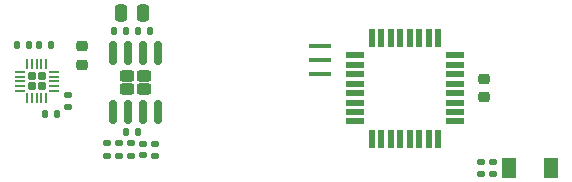
<source format=gbp>
%TF.GenerationSoftware,KiCad,Pcbnew,(6.0.7)*%
%TF.CreationDate,2022-08-25T13:00:14+08:00*%
%TF.ProjectId,T12_SolderingStation,5431325f-536f-46c6-9465-72696e675374,rev?*%
%TF.SameCoordinates,Original*%
%TF.FileFunction,Paste,Bot*%
%TF.FilePolarity,Positive*%
%FSLAX45Y45*%
G04 Gerber Fmt 4.5, Leading zero omitted, Abs format (unit mm)*
G04 Created by KiCad (PCBNEW (6.0.7)) date 2022-08-25 13:00:14*
%MOMM*%
%LPD*%
G01*
G04 APERTURE LIST*
G04 Aperture macros list*
%AMRoundRect*
0 Rectangle with rounded corners*
0 $1 Rounding radius*
0 $2 $3 $4 $5 $6 $7 $8 $9 X,Y pos of 4 corners*
0 Add a 4 corners polygon primitive as box body*
4,1,4,$2,$3,$4,$5,$6,$7,$8,$9,$2,$3,0*
0 Add four circle primitives for the rounded corners*
1,1,$1+$1,$2,$3*
1,1,$1+$1,$4,$5*
1,1,$1+$1,$6,$7*
1,1,$1+$1,$8,$9*
0 Add four rect primitives between the rounded corners*
20,1,$1+$1,$2,$3,$4,$5,0*
20,1,$1+$1,$4,$5,$6,$7,0*
20,1,$1+$1,$6,$7,$8,$9,0*
20,1,$1+$1,$8,$9,$2,$3,0*%
G04 Aperture macros list end*
%ADD10RoundRect,0.135000X0.185000X-0.135000X0.185000X0.135000X-0.185000X0.135000X-0.185000X-0.135000X0*%
%ADD11RoundRect,0.225000X0.250000X-0.225000X0.250000X0.225000X-0.250000X0.225000X-0.250000X-0.225000X0*%
%ADD12RoundRect,0.135000X-0.185000X0.135000X-0.185000X-0.135000X0.185000X-0.135000X0.185000X0.135000X0*%
%ADD13RoundRect,0.140000X0.140000X0.170000X-0.140000X0.170000X-0.140000X-0.170000X0.140000X-0.170000X0*%
%ADD14RoundRect,0.135000X0.135000X0.185000X-0.135000X0.185000X-0.135000X-0.185000X0.135000X-0.185000X0*%
%ADD15RoundRect,0.135000X-0.135000X-0.185000X0.135000X-0.185000X0.135000X0.185000X-0.135000X0.185000X0*%
%ADD16R,1.600000X0.550000*%
%ADD17R,0.550000X1.600000*%
%ADD18RoundRect,0.250000X0.250000X0.475000X-0.250000X0.475000X-0.250000X-0.475000X0.250000X-0.475000X0*%
%ADD19RoundRect,0.140000X-0.170000X0.140000X-0.170000X-0.140000X0.170000X-0.140000X0.170000X0.140000X0*%
%ADD20R,1.300000X1.700000*%
%ADD21RoundRect,0.240000X0.385000X-0.240000X0.385000X0.240000X-0.385000X0.240000X-0.385000X-0.240000X0*%
%ADD22RoundRect,0.150000X0.150000X-0.825000X0.150000X0.825000X-0.150000X0.825000X-0.150000X-0.825000X0*%
%ADD23RoundRect,0.225000X-0.250000X0.225000X-0.250000X-0.225000X0.250000X-0.225000X0.250000X0.225000X0*%
%ADD24RoundRect,0.172500X-0.172500X0.172500X-0.172500X-0.172500X0.172500X-0.172500X0.172500X0.172500X0*%
%ADD25RoundRect,0.050000X-0.050000X0.375000X-0.050000X-0.375000X0.050000X-0.375000X0.050000X0.375000X0*%
%ADD26RoundRect,0.050000X-0.375000X0.050000X-0.375000X-0.050000X0.375000X-0.050000X0.375000X0.050000X0*%
%ADD27R,1.900000X0.400000*%
G04 APERTURE END LIST*
D10*
%TO.C,R12*%
X12181840Y-9550600D03*
X12181840Y-9448600D03*
%TD*%
D11*
%TO.C,C9*%
X8799060Y-8621440D03*
X8799060Y-8466440D03*
%TD*%
D12*
%TO.C,R6*%
X9118600Y-9290143D03*
X9118600Y-9392143D03*
%TD*%
D13*
%TO.C,C6*%
X9273280Y-9193623D03*
X9177280Y-9193623D03*
%TD*%
D10*
%TO.C,R3*%
X9418320Y-9394743D03*
X9418320Y-9292743D03*
%TD*%
D14*
%TO.C,R2*%
X8539680Y-8458200D03*
X8437680Y-8458200D03*
%TD*%
D15*
%TO.C,R1*%
X8249720Y-8458200D03*
X8351720Y-8458200D03*
%TD*%
D12*
%TO.C,R10*%
X8682220Y-8881560D03*
X8682220Y-8983560D03*
%TD*%
D16*
%TO.C,U3*%
X11110680Y-9103960D03*
X11110680Y-9023960D03*
X11110680Y-8943960D03*
X11110680Y-8863960D03*
X11110680Y-8783960D03*
X11110680Y-8703960D03*
X11110680Y-8623960D03*
X11110680Y-8543960D03*
D17*
X11255680Y-8398960D03*
X11335680Y-8398960D03*
X11415680Y-8398960D03*
X11495680Y-8398960D03*
X11575680Y-8398960D03*
X11655680Y-8398960D03*
X11735680Y-8398960D03*
X11815680Y-8398960D03*
D16*
X11960680Y-8543960D03*
X11960680Y-8623960D03*
X11960680Y-8703960D03*
X11960680Y-8783960D03*
X11960680Y-8863960D03*
X11960680Y-8943960D03*
X11960680Y-9023960D03*
X11960680Y-9103960D03*
D17*
X11815680Y-9248960D03*
X11735680Y-9248960D03*
X11655680Y-9248960D03*
X11575680Y-9248960D03*
X11495680Y-9248960D03*
X11415680Y-9248960D03*
X11335680Y-9248960D03*
X11255680Y-9248960D03*
%TD*%
D18*
%TO.C,C8*%
X9320280Y-8186420D03*
X9130280Y-8186420D03*
%TD*%
D19*
%TO.C,C7*%
X9316720Y-9292943D03*
X9316720Y-9388943D03*
%TD*%
D12*
%TO.C,R8*%
X9215120Y-9289943D03*
X9215120Y-9391943D03*
%TD*%
%TO.C,R13*%
X12278360Y-9448600D03*
X12278360Y-9550600D03*
%TD*%
D15*
%TO.C,R9*%
X8486440Y-9044320D03*
X8588440Y-9044320D03*
%TD*%
D20*
%TO.C,D3*%
X12418320Y-9494520D03*
X12768320Y-9494520D03*
%TD*%
D21*
%TO.C,U1*%
X9330760Y-8714983D03*
X9180760Y-8714983D03*
X9330760Y-8828983D03*
X9180760Y-8828983D03*
D22*
X9446260Y-9019483D03*
X9319260Y-9019483D03*
X9192260Y-9019483D03*
X9065260Y-9019483D03*
X9065260Y-8524483D03*
X9192260Y-8524483D03*
X9319260Y-8524483D03*
X9446260Y-8524483D03*
%TD*%
D14*
%TO.C,R7*%
X9174680Y-8335103D03*
X9072680Y-8335103D03*
%TD*%
D10*
%TO.C,R4*%
X9017000Y-9391943D03*
X9017000Y-9289943D03*
%TD*%
D23*
%TO.C,C10*%
X12201160Y-8741380D03*
X12201160Y-8896380D03*
%TD*%
D24*
%TO.C,U2*%
X8458920Y-8804360D03*
X8376920Y-8804360D03*
X8376920Y-8722360D03*
X8458920Y-8722360D03*
D25*
X8337920Y-8618360D03*
X8377920Y-8618360D03*
X8417920Y-8618360D03*
X8457920Y-8618360D03*
X8497920Y-8618360D03*
D26*
X8562920Y-8683360D03*
X8562920Y-8723360D03*
X8562920Y-8763360D03*
X8562920Y-8803360D03*
X8562920Y-8843360D03*
D25*
X8497920Y-8908360D03*
X8457920Y-8908360D03*
X8417920Y-8908360D03*
X8377920Y-8908360D03*
X8337920Y-8908360D03*
D26*
X8272920Y-8843360D03*
X8272920Y-8803360D03*
X8272920Y-8763360D03*
X8272920Y-8723360D03*
X8272920Y-8683360D03*
%TD*%
D13*
%TO.C,C5*%
X9373580Y-8335103D03*
X9277580Y-8335103D03*
%TD*%
D27*
%TO.C,Y1*%
X10817860Y-8465040D03*
X10817860Y-8585040D03*
X10817860Y-8705040D03*
%TD*%
M02*

</source>
